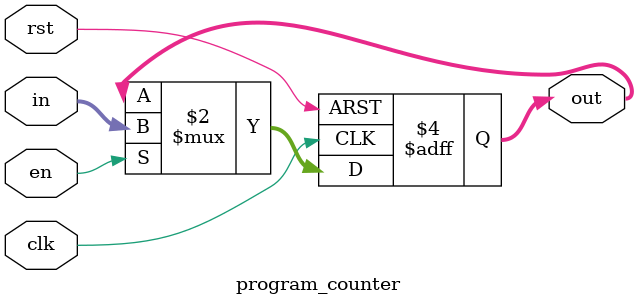
<source format=v>
`timescale 1ns / 1ps

module program_counter#(
parameter WIDTH = 32
)(
input clk,
input rst,
input en,
input [WIDTH-1:0] in,
output reg [WIDTH-1:0] out
    );


always @(posedge clk, posedge rst)
begin
    
    if(rst)
    begin
        out<={WIDTH{1'b0}};
    end
    else if(en)
    begin
        out <= in;
    end
end

endmodule
</source>
